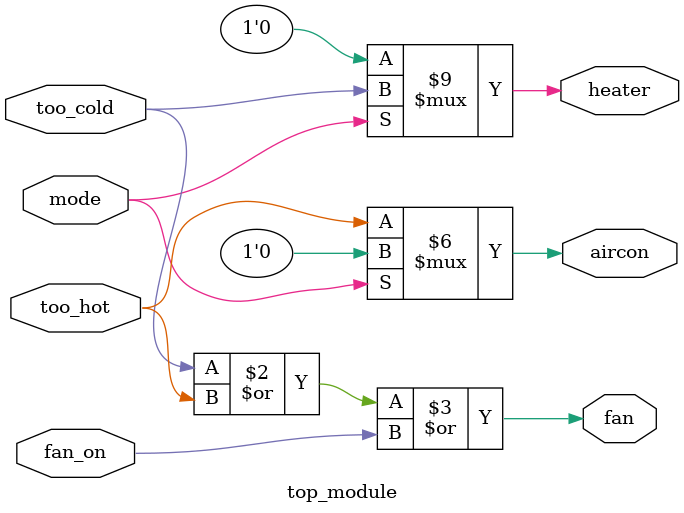
<source format=sv>
module top_module(
    input mode,
    input too_cold, 
    input too_hot,
    input fan_on,
    output reg heater,
    output reg aircon,
    output reg fan
);

always @(*) begin
    // Control the fan output
    fan = (too_cold | too_hot | fan_on);

    // Control the heater output
    if(mode) begin
        heater = too_cold;
    end else begin
        heater = 0;
    end

    // Control the air conditioner output
    if(~mode) begin
        aircon = too_hot;
    end else begin
        aircon = 0;
    end
end

endmodule

</source>
